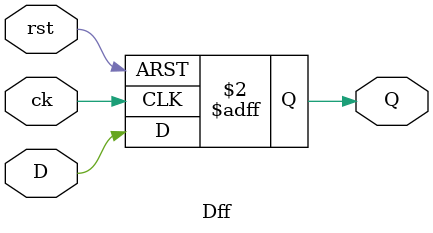
<source format=v>
module Dff(input ck, input rst, input D, output reg Q);
    always @(posedge ck, posedge rst)
        if(rst) Q <= 1'b0;
            else
                Q <= D;
endmodule

</source>
